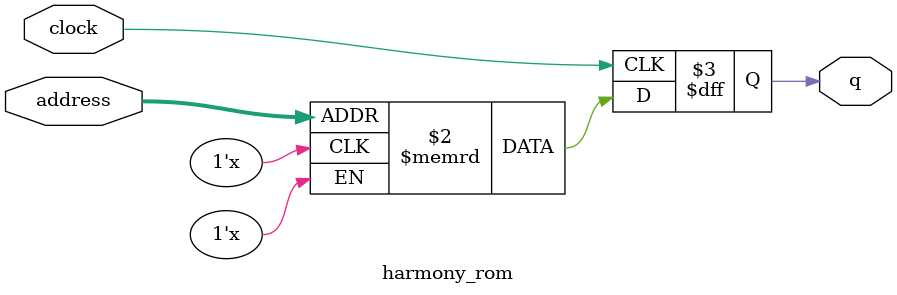
<source format=sv>
module harmony_rom (
	input logic clock,
	input logic [13:0] address,
	output logic [0:0] q
);

logic [0:0] memory [0:10799] /* synthesis ram_init_file = "./Modules/ROMs/harmony/harmony.mif" */;

always_ff @ (posedge clock) begin
	q <= memory[address];
end

endmodule

</source>
